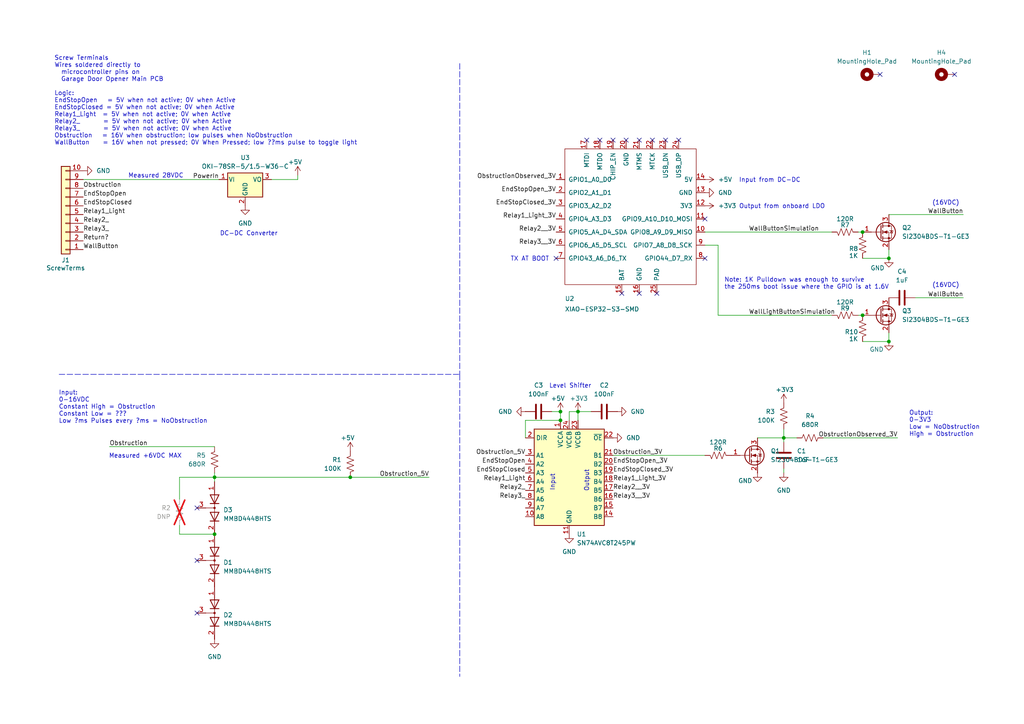
<source format=kicad_sch>
(kicad_sch (version 20231120) (generator "eeschema") (generator_version "8.0")
  (paper "A4")
  (lib_symbols
    (symbol "Connector_Generic:Conn_01x10" (pin_names (offset 1.016) hide)
      (property "Reference" "J" (at 0 12.7 0))
      (property "Value" "Conn_01x10" (at 0 -15.24 0))
      (symbol "Conn_01x10_1_1"
        (rectangle (start -1.27 -12.573) (end 0 -12.827) (stroke (width 0.1524)))
        (rectangle (start -1.27 -10.033) (end 0 -10.287) (stroke (width 0.1524)))
        (rectangle (start -1.27 -7.493) (end 0 -7.747) (stroke (width 0.1524)))
        (rectangle (start -1.27 -4.953) (end 0 -5.207) (stroke (width 0.1524)))
        (rectangle (start -1.27 -2.413) (end 0 -2.667) (stroke (width 0.1524)))
        (rectangle (start -1.27 0.127) (end 0 -0.127) (stroke (width 0.1524)))
        (rectangle (start -1.27 2.667) (end 0 2.413) (stroke (width 0.1524)))
        (rectangle (start -1.27 5.207) (end 0 4.953) (stroke (width 0.1524)))
        (rectangle (start -1.27 7.747) (end 0 7.493) (stroke (width 0.1524)))
        (rectangle (start -1.27 10.287) (end 0 10.033) (stroke (width 0.1524)))
        (rectangle (start -1.27 11.43) (end 1.27 -13.97) (stroke (width 0.254)) (fill (type background)))
        (pin passive line (at -5.08 10.16 0) (length 3.81) (name "Pin_1") (number "1"))
        (pin passive line (at -5.08 -12.7 0) (length 3.81) (name "Pin_10") (number "10"))
        (pin passive line (at -5.08 7.62 0) (length 3.81) (name "Pin_2") (number "2"))
        (pin passive line (at -5.08 5.08 0) (length 3.81) (name "Pin_3") (number "3"))
        (pin passive line (at -5.08 2.54 0) (length 3.81) (name "Pin_4") (number "4"))
        (pin passive line (at -5.08 0 0) (length 3.81) (name "Pin_5") (number "5"))
        (pin passive line (at -5.08 -2.54 0) (length 3.81) (name "Pin_6") (number "6"))
        (pin passive line (at -5.08 -5.08 0) (length 3.81) (name "Pin_7") (number "7"))
        (pin passive line (at -5.08 -7.62 0) (length 3.81) (name "Pin_8") (number "8"))
        (pin passive line (at -5.08 -10.16 0) (length 3.81) (name "Pin_9") (number "9"))
      )
    )
    (symbol "Device:C" (pin_numbers hide) (pin_names (offset 0.254))
      (property "Reference" "C" (at 0.635 2.54 0))
      (property "Value" "C" (at 0.635 -2.54 0))
      (symbol "C_0_1"
        (polyline (pts (xy -2.032 -0.762) (xy 2.032 -0.762)) (stroke (width 0.508)))
        (polyline (pts (xy -2.032 0.762) (xy 2.032 0.762)) (stroke (width 0.508)))
      )
      (symbol "C_1_1"
        (pin passive line (at 0 3.81 270) (length 2.794) (name "~") (number "1"))
        (pin passive line (at 0 -3.81 90) (length 2.794) (name "~") (number "2"))
      )
    )
    (symbol "Device:D_Dual_Series_AKC" (pin_names (offset 0.762) hide)
      (property "Reference" "D" (at 1.27 -2.54 0))
      (property "Value" "D_Dual_Series_AKC" (at 0 2.54 0))
      (symbol "D_Dual_Series_AKC_0_1"
        (polyline (pts (xy -3.81 0) (xy 3.81 0)))
        (polyline (pts (xy 0 0) (xy 0 -2.54)))
        (polyline (pts (xy 6.35 0) (xy 7.62 0)))
        (polyline (pts (xy -1.27 -1.27) (xy -1.27 1.27) (xy -1.27 1.27)) (stroke (width 0.254)))
        (polyline (pts (xy 3.81 1.27) (xy 3.81 -1.27) (xy 3.81 -1.27)) (stroke (width 0.254)))
        (polyline (pts (xy -3.81 1.27) (xy -1.27 0) (xy -3.81 -1.27) (xy -3.81 1.27) (xy -3.81 1.27) (xy -3.81 1.27)) (stroke (width 0.254)))
        (polyline (pts (xy 1.27 1.27) (xy 3.81 0) (xy 1.27 -1.27) (xy 1.27 1.27) (xy 1.27 1.27) (xy 1.27 1.27)) (stroke (width 0.254)))
        (circle (center 0 0) (radius 0.254) (fill (type outline)))
        (pin passive line (at -7.62 0 0) (length 3.81) (name "A") (number "1"))
        (pin passive line (at 7.62 0 180) (length 3.81) (name "K") (number "2"))
        (pin passive line (at 0 -5.08 90) (length 2.54) (name "common") (number "3"))
      )
    )
    (symbol "Device:Q_NMOS_GSD" (pin_names (offset 0) hide)
      (property "Reference" "Q" (at 5.08 1.27 0))
      (property "Value" "Q_NMOS_GSD" (at 5.08 -1.27 0))
      (symbol "Q_NMOS_GSD_0_1"
        (polyline (pts (xy 0.254 0) (xy -2.54 0)))
        (polyline (pts (xy 0.254 1.905) (xy 0.254 -1.905)) (stroke (width 0.254)))
        (polyline (pts (xy 0.762 -1.27) (xy 0.762 -2.286)) (stroke (width 0.254)))
        (polyline (pts (xy 0.762 0.508) (xy 0.762 -0.508)) (stroke (width 0.254)))
        (polyline (pts (xy 0.762 2.286) (xy 0.762 1.27)) (stroke (width 0.254)))
        (polyline (pts (xy 2.54 2.54) (xy 2.54 1.778)))
        (polyline (pts (xy 2.54 -2.54) (xy 2.54 0) (xy 0.762 0)))
        (polyline (pts (xy 0.762 -1.778) (xy 3.302 -1.778) (xy 3.302 1.778) (xy 0.762 1.778)))
        (polyline (pts (xy 1.016 0) (xy 2.032 0.381) (xy 2.032 -0.381) (xy 1.016 0)) (fill (type outline)))
        (polyline (pts (xy 2.794 0.508) (xy 2.921 0.381) (xy 3.683 0.381) (xy 3.81 0.254)))
        (polyline (pts (xy 3.302 0.381) (xy 2.921 -0.254) (xy 3.683 -0.254) (xy 3.302 0.381)))
        (circle (center 1.651 0) (radius 2.794) (stroke (width 0.254)))
        (circle (center 2.54 -1.778) (radius 0.254) (fill (type outline)))
        (circle (center 2.54 1.778) (radius 0.254) (fill (type outline)))
      )
      (symbol "Q_NMOS_GSD_1_1"
        (pin input line (at -5.08 0 0) (length 2.54) (name "G") (number "1"))
        (pin passive line (at 2.54 -5.08 90) (length 2.54) (name "S") (number "2"))
        (pin passive line (at 2.54 5.08 270) (length 2.54) (name "D") (number "3"))
      )
    )
    (symbol "Device:R_US" (pin_numbers hide) (pin_names (offset 0))
      (property "Reference" "R" (at 2.54 0 90))
      (property "Value" "R_US" (at -2.54 0 90))
      (symbol "R_US_0_1"
        (polyline (pts (xy 0 -2.286) (xy 0 -2.54)))
        (polyline (pts (xy 0 2.286) (xy 0 2.54)))
        (polyline (pts (xy 0 -0.762) (xy 1.016 -1.143) (xy 0 -1.524) (xy -1.016 -1.905) (xy 0 -2.286)))
        (polyline (pts (xy 0 0.762) (xy 1.016 0.381) (xy 0 0) (xy -1.016 -0.381) (xy 0 -0.762)))
        (polyline (pts (xy 0 2.286) (xy 1.016 1.905) (xy 0 1.524) (xy -1.016 1.143) (xy 0 0.762)))
      )
      (symbol "R_US_1_1"
        (pin passive line (at 0 3.81 270) (length 1.27) (name "~") (number "1"))
        (pin passive line (at 0 -3.81 90) (length 1.27) (name "~") (number "2"))
      )
    )
    (symbol "Logic_LevelTranslator:SN74AVC8T245PW"
      (property "Reference" "U" (at -8.89 13.97 0))
      (property "Value" "SN74AVC8T245PW" (at 12.7 13.97 0))
      (symbol "SN74AVC8T245PW_0_1"
        (rectangle (start -10.16 12.7) (end 10.16 -15.24) (stroke (width 0.254)) (fill (type background)))
      )
      (symbol "SN74AVC8T245PW_1_1"
        (pin power_in line (at -2.54 15.24 270) (length 2.54) (name "VCCA") (number "1"))
        (pin bidirectional line (at -12.7 -12.7 0) (length 2.54) (name "A8") (number "10"))
        (pin power_in line (at 0 -17.78 90) (length 2.54) (name "GND") (number "11"))
        (pin passive line (at 0 -17.78 90) (length 2.54) hide (name "GND") (number "12"))
        (pin passive line (at 0 -17.78 90) (length 2.54) hide (name "GND") (number "13"))
        (pin bidirectional line (at 12.7 -12.7 180) (length 2.54) (name "B8") (number "14"))
        (pin bidirectional line (at 12.7 -10.16 180) (length 2.54) (name "B7") (number "15"))
        (pin bidirectional line (at 12.7 -7.62 180) (length 2.54) (name "B6") (number "16"))
        (pin bidirectional line (at 12.7 -5.08 180) (length 2.54) (name "B5") (number "17"))
        (pin bidirectional line (at 12.7 -2.54 180) (length 2.54) (name "B4") (number "18"))
        (pin bidirectional line (at 12.7 0 180) (length 2.54) (name "B3") (number "19"))
        (pin input line (at -12.7 10.16 0) (length 2.54) (name "DIR") (number "2"))
        (pin bidirectional line (at 12.7 2.54 180) (length 2.54) (name "B2") (number "20"))
        (pin bidirectional line (at 12.7 5.08 180) (length 2.54) (name "B1") (number "21"))
        (pin input line (at 12.7 10.16 180) (length 2.54) (name "~{OE}") (number "22"))
        (pin power_in line (at 2.54 15.24 270) (length 2.54) (name "VCCB") (number "23"))
        (pin power_in line (at 0 15.24 270) (length 2.54) (name "VCCB") (number "24"))
        (pin bidirectional line (at -12.7 5.08 0) (length 2.54) (name "A1") (number "3"))
        (pin bidirectional line (at -12.7 2.54 0) (length 2.54) (name "A2") (number "4"))
        (pin bidirectional line (at -12.7 0 0) (length 2.54) (name "A3") (number "5"))
        (pin bidirectional line (at -12.7 -2.54 0) (length 2.54) (name "A4") (number "6"))
        (pin bidirectional line (at -12.7 -5.08 0) (length 2.54) (name "A5") (number "7"))
        (pin bidirectional line (at -12.7 -7.62 0) (length 2.54) (name "A6") (number "8"))
        (pin bidirectional line (at -12.7 -10.16 0) (length 2.54) (name "A7") (number "9"))
      )
    )
    (symbol "Mechanical:MountingHole_Pad" (pin_numbers hide) (pin_names (offset 1.016) hide) (exclude_from_sim yes) (in_bom no)
      (property "Reference" "H" (at 0 6.35 0))
      (property "Value" "MountingHole_Pad" (at 0 4.445 0))
      (symbol "MountingHole_Pad_0_1"
        (circle (center 0 1.27) (radius 1.27) (stroke (width 1.27)))
      )
      (symbol "MountingHole_Pad_1_1"
        (pin input line (at 0 -2.54 90) (length 2.54) (name "1") (number "1"))
      )
    )
    (symbol "Regulator_Linear:LM7805_TO220" (pin_names (offset 0.254))
      (property "Reference" "U" (at -3.81 3.175 0))
      (property "Value" "LM7805_TO220" (at 0 3.175 0))
      (symbol "LM7805_TO220_0_1"
        (rectangle (start -5.08 1.905) (end 5.08 -5.08) (stroke (width 0.254)) (fill (type background)))
      )
      (symbol "LM7805_TO220_1_1"
        (pin power_in line (at -7.62 0 0) (length 2.54) (name "VI") (number "1"))
        (pin power_in line (at 0 -7.62 90) (length 2.54) (name "GND") (number "2"))
        (pin power_out line (at 7.62 0 180) (length 2.54) (name "VO") (number "3"))
      )
    )
    (symbol "Seeed_Studio_XIAO_Series:XIAO-ESP32-S3-SMD" (pin_names (offset 1.016))
      (property "Reference" "U" (at -18.542 23.114 0))
      (property "Value" "XIAO-ESP32-S3-SMD" (at -8.382 21.336 0))
      (symbol "XIAO-ESP32-S3-SMD_0_1"
        (rectangle (start 19.05 -19.05) (end -19.05 20.32))
      )
      (symbol "XIAO-ESP32-S3-SMD_1_1"
        (pin passive line (at -21.59 11.43 0) (length 2.54) (name "GPIO1_A0_D0") (number "1"))
        (pin passive line (at 21.59 -3.81 180) (length 2.54) (name "GPIO8_A9_D9_MISO") (number "10"))
        (pin passive line (at 21.59 0 180) (length 2.54) (name "GPIO9_A10_D10_MOSI") (number "11"))
        (pin passive line (at 21.59 3.81 180) (length 2.54) (name "3V3") (number "12"))
        (pin passive line (at 21.59 7.62 180) (length 2.54) (name "GND") (number "13"))
        (pin passive line (at 21.59 11.43 180) (length 2.54) (name "5V") (number "14"))
        (pin passive line (at -2.54 -21.59 90) (length 2.54) (name "BAT") (number "15"))
        (pin passive line (at 2.54 -21.59 90) (length 2.54) (name "GND") (number "16"))
        (pin passive line (at -12.7 22.86 270) (length 2.54) (name "MTDI") (number "17"))
        (pin passive line (at -8.89 22.86 270) (length 2.54) (name "MTDO") (number "18"))
        (pin passive line (at -5.08 22.86 270) (length 2.54) (name "CHIP_EN") (number "19"))
        (pin passive line (at -21.59 7.62 0) (length 2.54) (name "GPIO2_A1_D1") (number "2"))
        (pin passive line (at -1.27 22.86 270) (length 2.54) (name "GND") (number "20"))
        (pin passive line (at 2.54 22.86 270) (length 2.54) (name "MTMS") (number "21"))
        (pin passive line (at 6.35 22.86 270) (length 2.54) (name "MTCK") (number "22"))
        (pin passive line (at 10.16 22.86 270) (length 2.54) (name "USB_DN") (number "23"))
        (pin passive line (at 13.97 22.86 270) (length 2.54) (name "USB_DP") (number "24"))
        (pin passive line (at 7.62 -21.59 90) (length 2.54) (name "PAD") (number "25"))
        (pin passive line (at -21.59 3.81 0) (length 2.54) (name "GPIO3_A2_D2") (number "3"))
        (pin passive line (at -21.59 0 0) (length 2.54) (name "GPIO4_A3_D3") (number "4"))
        (pin passive line (at -21.59 -3.81 0) (length 2.54) (name "GPIO5_A4_D4_SDA") (number "5"))
        (pin passive line (at -21.59 -7.62 0) (length 2.54) (name "GPIO6_A5_D5_SCL") (number "6"))
        (pin passive line (at -21.59 -11.43 0) (length 2.54) (name "GPIO43_A6_D6_TX") (number "7"))
        (pin passive line (at 21.59 -11.43 180) (length 2.54) (name "GPIO44_D7_RX") (number "8"))
        (pin passive line (at 21.59 -7.62 180) (length 2.54) (name "GPIO7_A8_D8_SCK") (number "9"))
      )
    )
    (symbol "power:+3V3" (power) (pin_numbers hide) (pin_names (offset 0) hide)
      (property "Value" "+3V3" (at 0 3.556 0))
      (symbol "+3V3_0_1"
        (polyline (pts (xy -0.762 1.27) (xy 0 2.54)))
        (polyline (pts (xy 0 0) (xy 0 2.54)))
        (polyline (pts (xy 0 2.54) (xy 0.762 1.27)))
      )
      (symbol "+3V3_1_1"
        (pin power_in line (at 0 0 90) (length 0) (name "~") (number "1"))
      )
    )
    (symbol "power:+5V" (power) (pin_numbers hide) (pin_names (offset 0) hide)
      (property "Value" "+5V" (at 0 3.556 0))
      (symbol "+5V_0_1"
        (polyline (pts (xy -0.762 1.27) (xy 0 2.54)))
        (polyline (pts (xy 0 0) (xy 0 2.54)))
        (polyline (pts (xy 0 2.54) (xy 0.762 1.27)))
      )
      (symbol "+5V_1_1"
        (pin power_in line (at 0 0 90) (length 0) (name "~") (number "1"))
      )
    )
    (symbol "power:GND" (power) (pin_numbers hide) (pin_names (offset 0) hide)
      (property "Value" "GND" (at 0 -3.81 0))
      (symbol "GND_0_1"
        (polyline (pts (xy 0 0) (xy 0 -1.27) (xy 1.27 -1.27) (xy 0 -2.54) (xy -1.27 -1.27) (xy 0 -1.27)))
      )
      (symbol "GND_1_1"
        (pin power_in line (at 0 0 270) (length 0) (name "~") (number "1"))
      )
    )
  )
  (junction (at 162.56 121.92))
  (junction (at 250.19 67.31))
  (junction (at 62.23 138.43))
  (junction (at 62.23 154.94))
  (junction (at 257.81 74.93))
  (junction (at 162.56 119.38))
  (junction (at 167.64 119.38))
  (junction (at 257.81 99.06))
  (junction (at 227.33 127))
  (junction (at 101.6 138.43))
  (junction (at 250.19 91.44))
  (no_connect (at 204.47 74.93))
  (no_connect (at 161.29 74.93))
  (no_connect (at 255.27 21.59))
  (no_connect (at 57.15 147.32))
  (no_connect (at 196.85 40.64))
  (no_connect (at 170.18 40.64))
  (no_connect (at 173.99 40.64))
  (no_connect (at 193.04 40.64))
  (no_connect (at 190.5 85.09))
  (no_connect (at 181.61 40.64))
  (no_connect (at 57.15 177.8))
  (no_connect (at 276.86 21.59))
  (no_connect (at 185.42 85.09))
  (no_connect (at 180.34 85.09))
  (no_connect (at 204.47 63.5))
  (no_connect (at 57.15 162.56))
  (no_connect (at 177.8 40.64))
  (no_connect (at 185.42 40.64))
  (no_connect (at 189.23 40.64))
  (wire (pts (xy 86.36 52.07) (xy 86.36 50.8)))
  (wire (pts (xy 52.07 154.94) (xy 62.23 154.94)))
  (wire (pts (xy 152.4 127) (xy 152.4 121.92)))
  (wire (pts (xy 248.92 67.31) (xy 250.19 67.31)))
  (wire (pts (xy 162.56 119.38) (xy 162.56 121.92)))
  (wire (pts (xy 78.74 52.07) (xy 86.36 52.07)))
  (polyline (pts (xy 17.145 108.585) (xy 133.35 108.585)) (stroke (width 0) (type dash)))
  (wire (pts (xy 160.02 119.38) (xy 162.56 119.38)))
  (wire (pts (xy 167.64 119.38) (xy 167.64 121.92)))
  (wire (pts (xy 167.64 119.38) (xy 171.45 119.38)))
  (wire (pts (xy 52.07 154.94) (xy 52.07 152.4)))
  (wire (pts (xy 250.19 74.93) (xy 257.81 74.93)))
  (wire (pts (xy 52.07 138.43) (xy 62.23 138.43)))
  (polyline (pts (xy 133.35 18.415) (xy 133.35 108.585)) (stroke (width 0) (type dash)))
  (wire (pts (xy 52.07 144.78) (xy 52.07 138.43)))
  (wire (pts (xy 208.28 71.12) (xy 204.47 71.12)))
  (polyline (pts (xy 133.35 108.585) (xy 133.35 196.215)) (stroke (width 0) (type dash)))
  (wire (pts (xy 165.1 121.92) (xy 165.1 119.38)))
  (wire (pts (xy 24.13 52.07) (xy 63.5 52.07)))
  (wire (pts (xy 250.19 99.06) (xy 257.81 99.06)))
  (wire (pts (xy 265.43 86.36) (xy 279.4 86.36)))
  (wire (pts (xy 177.8 132.08) (xy 204.47 132.08)))
  (wire (pts (xy 227.33 127) (xy 227.33 128.27)))
  (wire (pts (xy 31.75 129.54) (xy 62.23 129.54)))
  (wire (pts (xy 257.81 99.06) (xy 257.81 96.52)))
  (wire (pts (xy 227.33 124.46) (xy 227.33 127)))
  (wire (pts (xy 208.28 91.44) (xy 208.28 71.12)))
  (wire (pts (xy 241.3 67.31) (xy 204.47 67.31)))
  (wire (pts (xy 257.81 74.93) (xy 257.81 72.39)))
  (wire (pts (xy 62.23 137.16) (xy 62.23 138.43)))
  (wire (pts (xy 165.1 119.38) (xy 167.64 119.38)))
  (wire (pts (xy 279.4 62.23) (xy 257.81 62.23)))
  (wire (pts (xy 219.71 127) (xy 227.33 127)))
  (wire (pts (xy 62.23 138.43) (xy 101.6 138.43)))
  (wire (pts (xy 101.6 138.43) (xy 124.46 138.43)))
  (wire (pts (xy 227.33 127) (xy 231.14 127)))
  (wire (pts (xy 227.33 135.89) (xy 227.33 137.16)))
  (wire (pts (xy 238.76 127) (xy 260.35 127)))
  (wire (pts (xy 208.28 91.44) (xy 241.3 91.44)))
  (wire (pts (xy 62.23 138.43) (xy 62.23 139.7)))
  (wire (pts (xy 248.92 91.44) (xy 250.19 91.44)))
  (wire (pts (xy 152.4 121.92) (xy 162.56 121.92)))
  (text "(16VDC)" (at 274.32 82.804 0) (effects (font (size 1.27 1.27))))
  (text "Screw Terminals\nWires soldered directly to \n  microcontroller pins on \n  Garage Door Opener Main PCB\n\nLogic:\nEndStopOpen   = 5V when not active; 0V when Active\nEndStopClosed = 5V when not active; 0V when Active\nRelay1_Light  = 5V when not active; 0V when Active\nRelay2_       = 5V when not active; 0V when Active\nRelay3_       = 5V when not active; 0V when Active\nObstruction   = 16V when obstruction; low pulses when NoObstruction\nWallButton    = 16V when not pressed; 0V When Pressed; low ??ms pulse to toggle light" (at 15.748 29.21 0) (effects (font (size 1.27 1.27)) (justify left)))
  (text "(16VDC)" (at 274.32 58.928 0) (effects (font (size 1.27 1.27))))
  (text "Output from onboard LDO" (at 226.822 59.944 0) (effects (font (size 1.27 1.27))))
  (text "Measured +6VDC MAX" (at 42.164 132.334 0) (effects (font (size 1.27 1.27))))
  (text "Input from DC-DC" (at 223.266 52.324 0) (effects (font (size 1.27 1.27))))
  (text "Input" (at 160.274 139.954 90) (effects (font (size 1.27 1.27))))
  (text "Note: 1K Pulldown was enough to survive\nthe 250ms boot issue where the GPIO is at 1.6V" (at 210.058 82.296 0) (effects (font (size 1.27 1.27)) (justify left)))
  (text "Output" (at 170.18 139.446 90) (effects (font (size 1.27 1.27))))
  (text "Input:\n0-16VDC\nConstant High = Obstruction\nConstant Low = ???\nLow ?ms Pulses every ?ms = NoObstruction" (at 17.018 118.11 0) (effects (font (size 1.27 1.27)) (justify left)))
  (text "Measured 28VDC" (at 45.212 51.054 0) (effects (font (size 1.27 1.27))))
  (text "DC-DC Converter" (at 63.754 67.818 0) (effects (font (size 1.27 1.27)) (justify left)))
  (text "TX AT BOOT" (at 153.67 75.184 0) (effects (font (size 1.27 1.27))))
  (text "Level Shifter" (at 159.258 112.014 0) (effects (font (size 1.27 1.27)) (justify left)))
  (text "Output:\n0-3V3\nLow = NoObstruction\nHigh = Obstruction" (at 263.652 122.936 0) (effects (font (size 1.27 1.27)) (justify left)))
  (label "EndStopOpen" (at 24.13 57.15 0))
  (label "Relay3_" (at 152.4 144.78 180))
  (label "Obstruction_3V" (at 177.8 132.08 0))
  (label "EndStopOpen_3V" (at 161.29 55.88 180))
  (label "Relay1_Light" (at 24.13 62.23 0))
  (label "EndStopClosed" (at 152.4 137.16 180))
  (label "Obstruction_5V" (at 152.4 132.08 180))
  (label "Obstruction" (at 24.13 54.61 0))
  (label "Relay1_Light" (at 152.4 139.7 180))
  (label "Relay2__3V" (at 161.29 67.31 180))
  (label "ObstructionObserved_3V" (at 161.29 52.07 180))
  (label "Relay2__3V" (at 177.8 142.24 0))
  (label "WallButton" (at 279.4 86.36 180))
  (label "EndStopClosed" (at 24.13 59.69 0))
  (label "ObstructionObserved_3V" (at 260.35 127 180))
  (label "WallButton" (at 279.4 62.23 180))
  (label "EndStopOpen_3V" (at 177.8 134.62 0))
  (label "Relay3_" (at 24.13 67.31 0))
  (label "Relay1_Light_3V" (at 161.29 63.5 180))
  (label "PowerIn" (at 63.5 52.07 180))
  (label "Obstruction" (at 31.75 129.54 0))
  (label "Relay2_" (at 24.13 64.77 0))
  (label "WallLightButtonSimulation" (at 217.17 91.44 0))
  (label "EndStopClosed_3V" (at 177.8 137.16 0))
  (label "EndStopOpen" (at 152.4 134.62 180))
  (label "WallButtonSimulation" (at 217.17 67.31 0))
  (label "Relay3__3V" (at 177.8 144.78 0))
  (label "Relay1_Light_3V" (at 177.8 139.7 0))
  (label "Relay2_" (at 152.4 142.24 180))
  (label "Obstruction_5V" (at 124.46 138.43 180))
  (label "EndStopClosed_3V" (at 161.29 59.69 180))
  (label "WallButton" (at 24.13 72.39 0))
  (label "Return?" (at 24.13 69.85 0))
  (label "Relay3__3V" (at 161.29 71.12 180))
  (symbol (lib_id "power:+5V") (at 101.6 130.81 0) (unit 1)
    (property "Reference" "#PWR011" (effects (hide yes)))
    (property "Value" "+5V" (at 100.838 127 0))
    (property "Description" "Power symbol creates a global label with name \"+5V\"" (effects (hide yes)))
  )
  (symbol (lib_id "Logic_LevelTranslator:SN74AVC8T245PW") (at 165.1 137.16 0) (unit 1)
    (property "Reference" "U1" (at 167.2941 154.94 0) (effects (justify left)))
    (property "Value" "SN74AVC8T245PW" (at 167.2941 157.48 0) (effects (justify left)))
    (property "Footprint" "Package_SO:TSSOP-24_4.4x7.8mm_P0.65mm" (effects (hide yes)))
    (property "Datasheet" "https://www.ti.com/lit/ds/symlink/sn74avc8t245.pdf" (effects (hide yes)))
    (property "Description" "8-Bit Dual-Supply Bus Transceiver With Configurable Voltage Translation and 3-State Outputs, TSSOP-24" (effects (hide yes)))
  )
  (symbol (lib_id "power:GND") (at 165.1 154.94 0) (unit 1)
    (property "Reference" "#PWR06" (effects (hide yes)))
    (property "Value" "GND" (at 165.1 160.02 0))
    (property "Description" "Power symbol creates a global label with name \"GND\" , ground" (effects (hide yes)))
  )
  (symbol (lib_id "power:GND") (at 152.4 119.38 270) (unit 1)
    (property "Reference" "#PWR015" (effects (hide yes)))
    (property "Value" "GND" (at 148.59 119.3799 90) (effects (justify right)))
    (property "Description" "Power symbol creates a global label with name \"GND\" , ground" (effects (hide yes)))
  )
  (symbol (lib_id "Device:R_US") (at 250.19 71.12 0) (mirror x) (unit 1)
    (property "Reference" "R8" (at 248.92 72.136 0) (effects (justify right)))
    (property "Value" "1K" (at 248.92 74.168 0) (effects (justify right)))
    (property "Footprint" "Resistor_SMD:R_0603_1608Metric" (effects (hide yes)))
    (property "Description" "Resistor, US symbol" (effects (hide yes)))
  )
  (symbol (lib_id "Device:R_US") (at 245.11 91.44 90) (mirror x) (unit 1)
    (property "Reference" "R9" (at 245.11 89.408 90))
    (property "Value" "120R" (at 245.11 87.63 90))
    (property "Footprint" "Resistor_SMD:R_0603_1608Metric" (effects (hide yes)))
    (property "Description" "Resistor, US symbol" (effects (hide yes)))
  )
  (symbol (lib_id "Device:C") (at 227.33 132.08 0) (unit 1)
    (property "Reference" "C1" (at 231.14 130.8099 0) (effects (justify left)))
    (property "Value" "1uF" (at 231.14 133.3499 0) (effects (justify left)))
    (property "Footprint" "Capacitor_SMD:C_0603_1608Metric" (effects (hide yes)))
    (property "Description" "Unpolarized capacitor" (effects (hide yes)))
  )
  (symbol (lib_id "power:GND") (at 179.07 119.38 90) (unit 1)
    (property "Reference" "#PWR014" (effects (hide yes)))
    (property "Value" "GND" (at 182.88 119.3799 90) (effects (justify right)))
    (property "Description" "Power symbol creates a global label with name \"GND\" , ground" (effects (hide yes)))
  )
  (symbol (lib_id "power:+3V3") (at 204.47 59.69 270) (unit 1)
    (property "Reference" "#PWR03" (effects (hide yes)))
    (property "Value" "+3V3" (at 208.28 59.6899 90) (effects (justify left)))
    (property "Description" "Power symbol creates a global label with name \"+3V3\"" (effects (hide yes)))
  )
  (symbol (lib_id "Mechanical:MountingHole_Pad") (at 252.73 21.59 90) (unit 1) (exclude_from_sim yes) (in_bom no)
    (property "Reference" "H1" (at 251.46 15.24 90))
    (property "Value" "MountingHole_Pad" (at 251.46 17.78 90))
    (property "Footprint" "MountingHole:MountingHole_3.2mm_M3_Pad" (effects (hide yes)))
    (property "Description" "Mounting Hole with connection" (effects (hide yes)))
  )
  (symbol (lib_id "Device:R_US") (at 245.11 67.31 90) (mirror x) (unit 1)
    (property "Reference" "R7" (at 245.11 65.278 90))
    (property "Value" "120R" (at 245.11 63.5 90))
    (property "Footprint" "Resistor_SMD:R_0603_1608Metric" (effects (hide yes)))
    (property "Description" "Resistor, US symbol" (effects (hide yes)))
  )
  (symbol (lib_id "power:GND") (at 177.8 127 90) (unit 1)
    (property "Reference" "#PWR05" (effects (hide yes)))
    (property "Value" "GND" (at 181.61 126.9999 90) (effects (justify right)))
    (property "Description" "Power symbol creates a global label with name \"GND\" , ground" (effects (hide yes)))
  )
  (symbol (lib_id "power:+5V") (at 86.36 50.8 0) (unit 1)
    (property "Reference" "#PWR012" (effects (hide yes)))
    (property "Value" "+5V" (at 85.598 46.99 0))
    (property "Description" "Power symbol creates a global label with name \"+5V\"" (effects (hide yes)))
  )
  (symbol (lib_id "power:GND") (at 257.81 99.06 0) (mirror y) (unit 1)
    (property "Reference" "#PWR017" (effects (hide yes)))
    (property "Value" "GND" (at 254.254 101.346 0))
    (property "Description" "Power symbol creates a global label with name \"GND\" , ground" (effects (hide yes)))
  )
  (symbol (lib_id "power:+5V") (at 204.47 52.07 270) (unit 1)
    (property "Reference" "#PWR04" (effects (hide yes)))
    (property "Value" "+5V" (at 208.28 52.0699 90) (effects (justify left)))
    (property "Description" "Power symbol creates a global label with name \"+5V\"" (effects (hide yes)))
  )
  (symbol (lib_id "power:GND") (at 219.71 137.16 0) (mirror y) (unit 1)
    (property "Reference" "#PWR019" (effects (hide yes)))
    (property "Value" "GND" (at 216.154 139.446 0))
    (property "Description" "Power symbol creates a global label with name \"GND\" , ground" (effects (hide yes)))
  )
  (symbol (lib_id "power:GND") (at 24.13 49.53 90) (unit 1)
    (property "Reference" "#PWR01" (effects (hide yes)))
    (property "Value" "GND" (at 27.94 49.5299 90) (effects (justify right)))
    (property "Description" "Power symbol creates a global label with name \"GND\" , ground" (effects (hide yes)))
  )
  (symbol (lib_id "Device:R_US") (at 208.28 132.08 90) (mirror x) (unit 1)
    (property "Reference" "R6" (at 208.28 130.048 90))
    (property "Value" "120R" (at 208.28 128.27 90))
    (property "Footprint" "Resistor_SMD:R_0603_1608Metric" (effects (hide yes)))
    (property "Description" "Resistor, US symbol" (effects (hide yes)))
  )
  (symbol (lib_id "Device:R_US") (at 62.23 133.35 0) (mirror x) (unit 1)
    (property "Reference" "R5" (at 59.69 132.0799 0) (effects (justify right)))
    (property "Value" "680R" (at 59.69 134.6199 0) (effects (justify right)))
    (property "Footprint" "Resistor_SMD:R_0603_1608Metric" (effects (hide yes)))
    (property "Description" "Resistor, US symbol" (effects (hide yes)))
  )
  (symbol (lib_id "power:GND") (at 257.81 74.93 0) (mirror y) (unit 1)
    (property "Reference" "#PWR016" (effects (hide yes)))
    (property "Value" "GND" (at 254.508 77.724 0))
    (property "Description" "Power symbol creates a global label with name \"GND\" , ground" (effects (hide yes)))
  )
  (symbol (lib_id "Device:D_Dual_Series_AKC") (at 62.23 162.56 270) (unit 1)
    (property "Reference" "D1" (at 64.77 163.1314 90) (effects (justify left)))
    (property "Value" "MMBD4448HTS" (at 64.77 165.6714 90) (effects (justify left)))
    (property "Footprint" "Package_TO_SOT_SMD:SOT-523" (effects (hide yes)))
    (property "Description" "Dual diode, anode/cathode/center" (effects (hide yes)))
  )
  (symbol (lib_id "Device:Q_NMOS_GSD") (at 255.27 91.44 0) (unit 1)
    (property "Reference" "Q3" (at 261.62 90.1699 0) (effects (justify left)))
    (property "Value" "SI2304BDS-T1-GE3" (at 261.62 92.7099 0) (effects (justify left)))
    (property "Footprint" "Package_TO_SOT_SMD:SOT-23" (effects (hide yes)))
    (property "Description" "N-MOSFET transistor, gate/source/drain" (effects (hide yes)))
  )
  (symbol (lib_id "Device:Q_NMOS_GSD") (at 217.17 132.08 0) (unit 1)
    (property "Reference" "Q1" (at 223.52 130.8099 0) (effects (justify left)))
    (property "Value" "SI2304BDS-T1-GE3" (at 223.52 133.3499 0) (effects (justify left)))
    (property "Footprint" "Package_TO_SOT_SMD:SOT-23" (effects (hide yes)))
    (property "Description" "N-MOSFET transistor, gate/source/drain" (effects (hide yes)))
  )
  (symbol (lib_id "power:+5V") (at 162.56 119.38 0) (unit 1)
    (property "Reference" "#PWR07" (effects (hide yes)))
    (property "Value" "+5V" (at 161.798 115.57 0))
    (property "Description" "Power symbol creates a global label with name \"+5V\"" (effects (hide yes)))
  )
  (symbol (lib_id "Device:C") (at 175.26 119.38 90) (unit 1)
    (property "Reference" "C2" (at 175.26 111.76 90))
    (property "Value" "100nF" (at 175.26 114.3 90))
    (property "Footprint" "Capacitor_SMD:C_0603_1608Metric" (effects (hide yes)))
    (property "Description" "Unpolarized capacitor" (effects (hide yes)))
  )
  (symbol (lib_id "Device:R_US") (at 52.07 148.59 0) (mirror x) (unit 1) (dnp yes)
    (property "Reference" "R2" (at 49.53 147.3199 0) (effects (justify right)))
    (property "Value" "DNP" (at 49.53 149.8599 0) (effects (justify right)))
    (property "Footprint" "Resistor_SMD:R_0603_1608Metric" (effects (hide yes)))
    (property "Description" "Resistor, US symbol" (effects (hide yes)))
  )
  (symbol (lib_id "power:GND") (at 71.12 59.69 0) (unit 1)
    (property "Reference" "#PWR013" (effects (hide yes)))
    (property "Value" "GND" (at 71.12 64.77 0))
    (property "Description" "Power symbol creates a global label with name \"GND\" , ground" (effects (hide yes)))
  )
  (symbol (lib_id "Device:D_Dual_Series_AKC") (at 62.23 177.8 270) (unit 1)
    (property "Reference" "D2" (at 64.77 178.3714 90) (effects (justify left)))
    (property "Value" "MMBD4448HTS" (at 64.77 180.9114 90) (effects (justify left)))
    (property "Footprint" "Package_TO_SOT_SMD:SOT-523" (effects (hide yes)))
    (property "Description" "Dual diode, anode/cathode/center" (effects (hide yes)))
  )
  (symbol (lib_id "Device:R_US") (at 250.19 95.25 0) (mirror x) (unit 1)
    (property "Reference" "R10" (at 248.92 96.266 0) (effects (justify right)))
    (property "Value" "1K" (at 248.92 98.298 0) (effects (justify right)))
    (property "Footprint" "Resistor_SMD:R_0603_1608Metric" (effects (hide yes)))
    (property "Description" "Resistor, US symbol" (effects (hide yes)))
  )
  (symbol (lib_id "Seeed_Studio_XIAO_Series:XIAO-ESP32-S3-SMD") (at 182.88 63.5 0) (unit 1)
    (property "Reference" "U2" (at 163.83 86.614 0) (effects (justify left)))
    (property "Value" "XIAO-ESP32-S3-SMD" (at 163.83 89.662 0) (effects (justify left)))
    (property "Footprint" "Seeed Studio XIAO Series Library:XIAO-ESP32S3-SMD" (effects (hide yes)))
  )
  (symbol (lib_id "Device:Q_NMOS_GSD") (at 255.27 67.31 0) (unit 1)
    (property "Reference" "Q2" (at 261.62 66.0399 0) (effects (justify left)))
    (property "Value" "SI2304BDS-T1-GE3" (at 261.62 68.5799 0) (effects (justify left)))
    (property "Footprint" "Package_TO_SOT_SMD:SOT-23" (effects (hide yes)))
    (property "Description" "N-MOSFET transistor, gate/source/drain" (effects (hide yes)))
  )
  (symbol (lib_id "Device:R_US") (at 227.33 120.65 0) (mirror x) (unit 1)
    (property "Reference" "R3" (at 224.79 119.3799 0) (effects (justify right)))
    (property "Value" "100K" (at 224.79 121.9199 0) (effects (justify right)))
    (property "Footprint" "Resistor_SMD:R_0603_1608Metric" (effects (hide yes)))
    (property "Description" "Resistor, US symbol" (effects (hide yes)))
  )
  (symbol (lib_id "Connector_Generic:Conn_01x10") (at 19.05 62.23 180) (unit 1)
    (property "Reference" "J1" (at 19.05 75.438 0))
    (property "Value" "ScrewTerms" (at 19.05 77.724 0))
    (property "Footprint" "GM_Connector_PhoenixContact:phoenix_contact_1984691" (effects (hide yes)))
    (property "Description" "Generic connector, single row, 01x10, script generated (kicad-library-utils/schlib/autogen/connector/)" (effects (hide yes)))
  )
  (symbol (lib_id "power:GND") (at 204.47 55.88 90) (unit 1)
    (property "Reference" "#PWR02" (effects (hide yes)))
    (property "Value" "GND" (at 208.28 55.8799 90) (effects (justify right)))
    (property "Description" "Power symbol creates a global label with name \"GND\" , ground" (effects (hide yes)))
  )
  (symbol (lib_id "power:GND") (at 227.33 137.16 0) (unit 1)
    (property "Reference" "#PWR08" (effects (hide yes)))
    (property "Value" "GND" (at 227.33 142.24 0))
    (property "Description" "Power symbol creates a global label with name \"GND\" , ground" (effects (hide yes)))
  )
  (symbol (lib_id "Device:R_US") (at 101.6 134.62 0) (mirror x) (unit 1)
    (property "Reference" "R1" (at 99.06 133.3499 0) (effects (justify right)))
    (property "Value" "100K" (at 99.06 135.8899 0) (effects (justify right)))
    (property "Footprint" "Resistor_SMD:R_0603_1608Metric" (effects (hide yes)))
    (property "Description" "Resistor, US symbol" (effects (hide yes)))
  )
  (symbol (lib_id "Regulator_Linear:LM7805_TO220") (at 71.12 52.07 0) (unit 1)
    (property "Reference" "U3" (at 71.12 45.72 0))
    (property "Value" "OKI-78SR-5/1.5-W36-C" (at 71.12 48.26 0))
    (property "Footprint" "Package_TO_SOT_THT:TO-220-3_Vertical" (effects (hide yes)))
    (property "Description" "DC DC CONVERTER 5V 8W" (effects (hide yes)))
    (property "MFR" "Murata Power Solutions Inc." (effects (hide yes)))
  )
  (symbol (lib_id "Device:R_US") (at 234.95 127 270) (unit 1)
    (property "Reference" "R4" (at 234.95 120.65 90))
    (property "Value" "680R" (at 234.95 123.19 90))
    (property "Footprint" "Resistor_SMD:R_0603_1608Metric" (effects (hide yes)))
    (property "Description" "Resistor, US symbol" (effects (hide yes)))
  )
  (symbol (lib_id "power:+3V3") (at 227.33 116.84 0) (unit 1)
    (property "Reference" "#PWR018" (effects (hide yes)))
    (property "Value" "+3V3" (at 227.584 113.03 0))
    (property "Description" "Power symbol creates a global label with name \"+3V3\"" (effects (hide yes)))
  )
  (symbol (lib_id "power:+3V3") (at 167.64 119.38 0) (unit 1)
    (property "Reference" "#PWR09" (effects (hide yes)))
    (property "Value" "+3V3" (at 167.894 115.57 0))
    (property "Description" "Power symbol creates a global label with name \"+3V3\"" (effects (hide yes)))
  )
  (symbol (lib_id "Device:C") (at 156.21 119.38 90) (unit 1)
    (property "Reference" "C3" (at 156.21 111.76 90))
    (property "Value" "100nF" (at 156.21 114.3 90))
    (property "Footprint" "Capacitor_SMD:C_0603_1608Metric" (effects (hide yes)))
    (property "Description" "Unpolarized capacitor" (effects (hide yes)))
  )
  (symbol (lib_id "Mechanical:MountingHole_Pad") (at 274.32 21.59 90) (unit 1) (exclude_from_sim yes) (in_bom no)
    (property "Reference" "H4" (at 273.05 15.24 90))
    (property "Value" "MountingHole_Pad" (at 273.05 17.78 90))
    (property "Footprint" "MountingHole:MountingHole_3.2mm_M3_Pad" (effects (hide yes)))
    (property "Description" "Mounting Hole with connection" (effects (hide yes)))
  )
  (symbol (lib_id "Device:C") (at 261.62 86.36 90) (unit 1)
    (property "Reference" "C4" (at 261.62 78.74 90))
    (property "Value" "1uF" (at 261.62 81.28 90))
    (property "Footprint" "Capacitor_SMD:C_1206_3216Metric_Pad1.33x1.80mm_HandSolder" (effects (hide yes)))
    (property "Description" "Unpolarized capacitor" (effects (hide yes)))
  )
  (symbol (lib_id "power:GND") (at 62.23 185.42 0) (unit 1)
    (property "Reference" "#PWR010" (effects (hide yes)))
    (property "Value" "GND" (at 62.23 190.5 0))
    (property "Description" "Power symbol creates a global label with name \"GND\" , ground" (effects (hide yes)))
  )
  (symbol (lib_id "Device:D_Dual_Series_AKC") (at 62.23 147.32 270) (unit 1)
    (property "Reference" "D3" (at 64.77 147.8914 90) (effects (justify left)))
    (property "Value" "MMBD4448HTS" (at 64.77 150.4314 90) (effects (justify left)))
    (property "Footprint" "Package_TO_SOT_SMD:SOT-523" (effects (hide yes)))
    (property "Description" "Dual diode, anode/cathode/center" (effects (hide yes)))
  )
)
</source>
